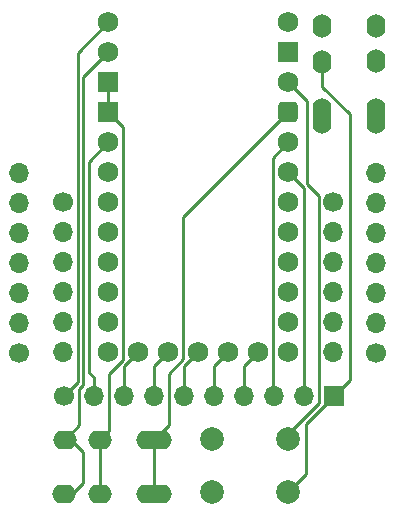
<source format=gbl>
G04 #@! TF.GenerationSoftware,KiCad,Pcbnew,7.0.5*
G04 #@! TF.CreationDate,2023-06-20T21:04:10+08:00*
G04 #@! TF.ProjectId,handwire microboard,68616e64-7769-4726-9520-6d6963726f62,rev?*
G04 #@! TF.SameCoordinates,Original*
G04 #@! TF.FileFunction,Copper,L2,Bot*
G04 #@! TF.FilePolarity,Positive*
%FSLAX46Y46*%
G04 Gerber Fmt 4.6, Leading zero omitted, Abs format (unit mm)*
G04 Created by KiCad (PCBNEW 7.0.5) date 2023-06-20 21:04:10*
%MOMM*%
%LPD*%
G01*
G04 APERTURE LIST*
G04 Aperture macros list*
%AMRoundRect*
0 Rectangle with rounded corners*
0 $1 Rounding radius*
0 $2 $3 $4 $5 $6 $7 $8 $9 X,Y pos of 4 corners*
0 Add a 4 corners polygon primitive as box body*
4,1,4,$2,$3,$4,$5,$6,$7,$8,$9,$2,$3,0*
0 Add four circle primitives for the rounded corners*
1,1,$1+$1,$2,$3*
1,1,$1+$1,$4,$5*
1,1,$1+$1,$6,$7*
1,1,$1+$1,$8,$9*
0 Add four rect primitives between the rounded corners*
20,1,$1+$1,$2,$3,$4,$5,0*
20,1,$1+$1,$4,$5,$6,$7,0*
20,1,$1+$1,$6,$7,$8,$9,0*
20,1,$1+$1,$8,$9,$2,$3,0*%
%AMOutline4P*
0 Free polygon, 4 corners , with rotation*
0 The origin of the aperture is its center*
0 number of corners: always 4*
0 $1 to $8 corner X, Y*
0 $9 Rotation angle, in degrees counterclockwise*
0 create outline with 4 corners*
4,1,4,$1,$2,$3,$4,$5,$6,$7,$8,$1,$2,$9*%
G04 Aperture macros list end*
G04 #@! TA.AperFunction,ComponentPad*
%ADD10O,1.576000X3.029000*%
G04 #@! TD*
G04 #@! TA.AperFunction,ComponentPad*
%ADD11O,1.600000X2.000000*%
G04 #@! TD*
G04 #@! TA.AperFunction,ComponentPad*
%ADD12C,1.700000*%
G04 #@! TD*
G04 #@! TA.AperFunction,ComponentPad*
%ADD13O,1.700000X1.700000*%
G04 #@! TD*
G04 #@! TA.AperFunction,ComponentPad*
%ADD14Outline4P,-0.850000X-0.850000X0.850000X-0.850000X0.850000X0.850000X-0.850000X0.850000X90.000000*%
G04 #@! TD*
G04 #@! TA.AperFunction,ComponentPad*
%ADD15C,2.000000*%
G04 #@! TD*
G04 #@! TA.AperFunction,ComponentPad*
%ADD16C,1.752600*%
G04 #@! TD*
G04 #@! TA.AperFunction,ComponentPad*
%ADD17Outline4P,-0.876300X-0.876300X0.876300X-0.876300X0.876300X0.876300X-0.876300X0.876300X270.000000*%
G04 #@! TD*
G04 #@! TA.AperFunction,ComponentPad*
%ADD18R,1.752600X1.752600*%
G04 #@! TD*
G04 #@! TA.AperFunction,ComponentPad*
%ADD19RoundRect,0.438150X-0.438150X0.438150X-0.438150X-0.438150X0.438150X-0.438150X0.438150X0.438150X0*%
G04 #@! TD*
G04 #@! TA.AperFunction,ComponentPad*
%ADD20O,3.029000X1.576000*%
G04 #@! TD*
G04 #@! TA.AperFunction,ComponentPad*
%ADD21O,2.000000X1.600000*%
G04 #@! TD*
G04 #@! TA.AperFunction,Conductor*
%ADD22C,0.250000*%
G04 #@! TD*
G04 APERTURE END LIST*
D10*
X109663200Y-95057850D03*
X114263200Y-95062850D03*
D11*
X109677200Y-90485850D03*
X114263200Y-90462850D03*
X109677200Y-87437850D03*
X114263200Y-87462850D03*
D12*
X87833200Y-118795800D03*
D13*
X90373200Y-118795800D03*
X92913200Y-118795800D03*
X95453200Y-118795800D03*
X97993200Y-118795800D03*
X100533200Y-118795800D03*
X103073200Y-118795800D03*
X105613200Y-118795800D03*
X108153200Y-118795800D03*
D14*
X110693200Y-118795800D03*
D12*
X110634400Y-102387400D03*
D13*
X110634400Y-104927400D03*
X110634400Y-107467400D03*
X110634400Y-110007400D03*
X110634400Y-112547400D03*
X110634400Y-115087400D03*
D15*
X106830000Y-126913200D03*
X100330000Y-126913200D03*
X106830000Y-122413200D03*
X100330000Y-122413200D03*
D16*
X91567000Y-87152950D03*
X91567000Y-89692950D03*
D17*
X91567000Y-92232950D03*
D18*
X91567000Y-94772950D03*
D16*
X91567000Y-97312950D03*
X91567000Y-99852950D03*
X91567000Y-102392950D03*
X91567000Y-104932950D03*
X91567000Y-107472950D03*
X91567000Y-110012950D03*
X91567000Y-112552950D03*
X91567000Y-115092950D03*
X106807000Y-115092950D03*
X106807000Y-112552950D03*
X106807000Y-110012950D03*
X106807000Y-107472950D03*
X106807000Y-104932950D03*
X106807000Y-102392950D03*
X106807000Y-99852950D03*
X106807000Y-97312950D03*
D19*
X106807000Y-94772950D03*
D16*
X106807000Y-92232950D03*
D17*
X106807000Y-89692950D03*
D16*
X106807000Y-87152950D03*
X94107000Y-115092950D03*
X96647000Y-115092950D03*
X99187000Y-115092950D03*
X101727000Y-115092950D03*
X104267000Y-115092950D03*
D12*
X84056600Y-115138200D03*
D13*
X84056600Y-112598200D03*
X84056600Y-110058200D03*
X84056600Y-107518200D03*
X84056600Y-104978200D03*
X84056600Y-102438200D03*
X84056600Y-99898200D03*
D12*
X114266600Y-115138200D03*
D13*
X114266600Y-112598200D03*
X114266600Y-110058200D03*
X114266600Y-107518200D03*
X114266600Y-104978200D03*
X114266600Y-102438200D03*
X114266600Y-99898200D03*
D20*
X95472250Y-127090200D03*
X95477250Y-122490200D03*
D21*
X90900250Y-127076200D03*
X90877250Y-122490200D03*
X87852250Y-127076200D03*
X87877250Y-122490200D03*
D12*
X87739600Y-102362000D03*
D13*
X87739600Y-104902000D03*
X87739600Y-107442000D03*
X87739600Y-109982000D03*
X87739600Y-112522000D03*
X87739600Y-115062000D03*
D22*
X89001600Y-89718350D02*
X89001600Y-117627400D01*
X91567000Y-87152950D02*
X89001600Y-89718350D01*
X89001600Y-117627400D02*
X87833200Y-118795800D01*
X89901600Y-116774800D02*
X90373200Y-117246400D01*
X90373200Y-117246400D02*
X90373200Y-118795800D01*
X89901600Y-98978350D02*
X89901600Y-116774800D01*
X91567000Y-97312950D02*
X89901600Y-98978350D01*
X94107000Y-115092950D02*
X92913200Y-116286750D01*
X92913200Y-116286750D02*
X92913200Y-118795800D01*
X95453200Y-116286750D02*
X95453200Y-118795800D01*
X96647000Y-115092950D02*
X95453200Y-116286750D01*
X97993200Y-116286750D02*
X97993200Y-118795800D01*
X99187000Y-115092950D02*
X97993200Y-116286750D01*
X101727000Y-115092950D02*
X100533200Y-116286750D01*
X100533200Y-116286750D02*
X100533200Y-118795800D01*
X103073200Y-116286750D02*
X103073200Y-118795800D01*
X104267000Y-115092950D02*
X103073200Y-116286750D01*
X106807000Y-97312950D02*
X105511600Y-98608350D01*
X105511600Y-98608350D02*
X105511600Y-118694200D01*
X105511600Y-118694200D02*
X105613200Y-118795800D01*
X106807000Y-99852950D02*
X108153200Y-101199150D01*
X108153200Y-101199150D02*
X108153200Y-118795800D01*
X106830000Y-126913200D02*
X108305600Y-125437600D01*
X90877250Y-122490200D02*
X90877250Y-127053200D01*
X112014000Y-117475000D02*
X110693200Y-118795800D01*
X91567000Y-92232950D02*
X91567000Y-94772950D01*
X112014000Y-94945200D02*
X112014000Y-117475000D01*
X108305600Y-125437600D02*
X108305600Y-121183400D01*
X109677200Y-90485850D02*
X109677200Y-92608400D01*
X91643200Y-116920354D02*
X91643200Y-121724250D01*
X92837000Y-115726554D02*
X91643200Y-116920354D01*
X109677200Y-92608400D02*
X112014000Y-94945200D01*
X92837000Y-96042950D02*
X92837000Y-115726554D01*
X91643200Y-121724250D02*
X90877250Y-122490200D01*
X108305600Y-121183400D02*
X110693200Y-118795800D01*
X91567000Y-94772950D02*
X92837000Y-96042950D01*
X108423200Y-100832754D02*
X109423200Y-101832754D01*
X109423200Y-101832754D02*
X109423200Y-119429404D01*
X106807000Y-92232950D02*
X108423200Y-93849150D01*
X108423200Y-93849150D02*
X108423200Y-100832754D01*
X106830000Y-122022604D02*
X106830000Y-122413200D01*
X109423200Y-119429404D02*
X106830000Y-122022604D01*
X89128600Y-118211600D02*
X89128600Y-121238850D01*
X89128600Y-121238850D02*
X87877250Y-122490200D01*
X89408000Y-126187200D02*
X89408000Y-123520200D01*
X89451600Y-117888600D02*
X89128600Y-118211600D01*
X88378000Y-122490200D02*
X87877250Y-122490200D01*
X89408000Y-123520200D02*
X88378000Y-122490200D01*
X89451600Y-91808350D02*
X89451600Y-117888600D01*
X88519000Y-127076200D02*
X89408000Y-126187200D01*
X91567000Y-89692950D02*
X89451600Y-91808350D01*
X87852250Y-127076200D02*
X88519000Y-127076200D01*
X95477250Y-122490200D02*
X95477250Y-127085200D01*
X97917000Y-103662950D02*
X97917000Y-115697000D01*
X96723200Y-121244250D02*
X95477250Y-122490200D01*
X97917000Y-115697000D02*
X96723200Y-116890800D01*
X96723200Y-116890800D02*
X96723200Y-121244250D01*
X106807000Y-94772950D02*
X97917000Y-103662950D01*
M02*

</source>
